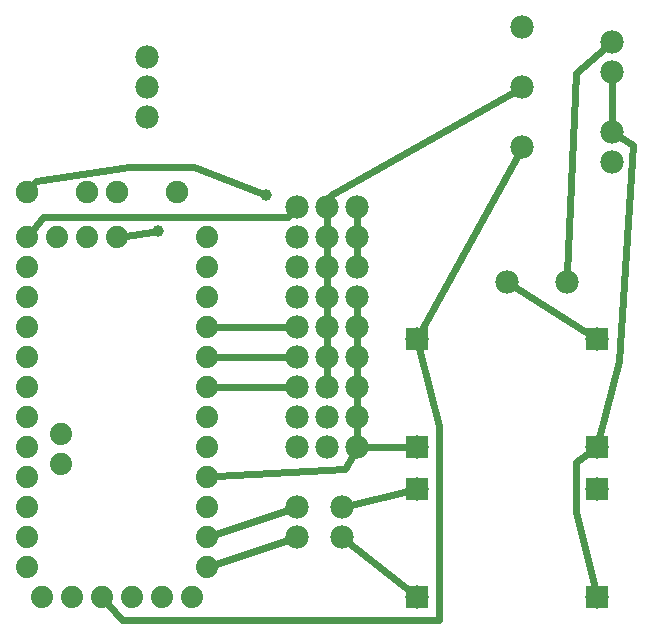
<source format=gbl>
G04 MADE WITH FRITZING*
G04 WWW.FRITZING.ORG*
G04 DOUBLE SIDED*
G04 HOLES PLATED*
G04 CONTOUR ON CENTER OF CONTOUR VECTOR*
%ASAXBY*%
%FSLAX23Y23*%
%MOIN*%
%OFA0B0*%
%SFA1.0B1.0*%
%ADD10C,0.078000*%
%ADD11C,0.074000*%
%ADD12C,0.075000*%
%ADD13C,0.039370*%
%ADD14R,0.077630X0.077806*%
%ADD15C,0.024000*%
%LNCOPPER0*%
G90*
G70*
G54D10*
X1050Y318D03*
X1050Y318D03*
X1050Y418D03*
X1200Y418D03*
X1200Y418D03*
X1200Y318D03*
X1050Y618D03*
X1150Y618D03*
X1250Y618D03*
X1050Y1318D03*
X1150Y1318D03*
X1250Y1318D03*
X1050Y1418D03*
X1150Y1418D03*
X1250Y1418D03*
X1050Y1118D03*
X1150Y1118D03*
X1250Y1118D03*
X1050Y1218D03*
X1150Y1218D03*
X1250Y1218D03*
X1050Y718D03*
X1150Y718D03*
X1250Y718D03*
X1050Y818D03*
X1150Y818D03*
X1250Y818D03*
X1050Y1018D03*
X1150Y1018D03*
X1250Y1018D03*
X1050Y918D03*
X1150Y918D03*
X1250Y918D03*
G54D11*
X700Y118D03*
X600Y118D03*
X500Y118D03*
X400Y118D03*
X300Y118D03*
X200Y118D03*
X265Y663D03*
X265Y563D03*
X350Y1318D03*
X250Y1318D03*
X150Y218D03*
X150Y318D03*
X150Y418D03*
X150Y518D03*
X150Y618D03*
X150Y718D03*
X150Y818D03*
X150Y918D03*
X150Y1018D03*
X150Y1118D03*
X150Y1218D03*
X150Y1318D03*
X750Y1318D03*
X750Y1218D03*
X750Y1118D03*
X750Y1018D03*
X750Y918D03*
X750Y818D03*
X750Y718D03*
X750Y618D03*
X750Y518D03*
X750Y418D03*
X750Y318D03*
X750Y218D03*
X450Y1318D03*
G54D10*
X2050Y618D03*
X2050Y978D03*
X1450Y978D03*
X1450Y618D03*
X2050Y118D03*
X2050Y478D03*
X1450Y478D03*
X1450Y118D03*
X1800Y2018D03*
X1800Y1818D03*
X1800Y1618D03*
X550Y1918D03*
X550Y1818D03*
X550Y1718D03*
X2100Y1868D03*
X2100Y1968D03*
X1950Y1168D03*
X1750Y1168D03*
X2100Y1668D03*
X2100Y1568D03*
G54D12*
X450Y1468D03*
X650Y1468D03*
X150Y1468D03*
X350Y1468D03*
G54D13*
X588Y1337D03*
X948Y1457D03*
G54D14*
X1450Y978D03*
X1450Y619D03*
X2051Y618D03*
X2050Y978D03*
X1450Y478D03*
X1450Y119D03*
X2051Y118D03*
X2050Y478D03*
G54D15*
X781Y1018D02*
X1020Y1018D01*
D02*
X1230Y425D02*
X1421Y471D01*
D02*
X781Y818D02*
X1020Y818D01*
D02*
X1224Y299D02*
X1427Y137D01*
D02*
X781Y918D02*
X1020Y918D01*
D02*
X1022Y309D02*
X780Y228D01*
D02*
X2078Y1948D02*
X1980Y1865D01*
X1980Y1865D02*
X1952Y1198D01*
D02*
X1022Y409D02*
X780Y328D01*
D02*
X170Y1342D02*
X204Y1385D01*
X204Y1385D02*
X1020Y1385D01*
X1020Y1385D02*
X1030Y1396D01*
D02*
X1150Y888D02*
X1150Y848D01*
D02*
X1150Y988D02*
X1150Y948D01*
D02*
X1150Y1088D02*
X1150Y1048D01*
D02*
X1150Y1188D02*
X1150Y1148D01*
D02*
X1150Y1288D02*
X1150Y1248D01*
D02*
X1150Y1388D02*
X1150Y1348D01*
D02*
X1774Y1803D02*
X1164Y1457D01*
X1164Y1457D02*
X1160Y1446D01*
D02*
X2100Y1838D02*
X2100Y1698D01*
D02*
X2058Y647D02*
X2124Y905D01*
X2124Y905D02*
X2172Y1625D01*
X2172Y1625D02*
X2126Y1652D01*
D02*
X2043Y147D02*
X1980Y401D01*
X1980Y401D02*
X1980Y569D01*
X1980Y569D02*
X2026Y601D01*
D02*
X1250Y688D02*
X1250Y648D01*
D02*
X1250Y788D02*
X1250Y748D01*
D02*
X1250Y888D02*
X1250Y848D01*
D02*
X1250Y988D02*
X1250Y948D01*
D02*
X1250Y1088D02*
X1250Y1048D01*
D02*
X1250Y1288D02*
X1250Y1248D01*
D02*
X1250Y1388D02*
X1250Y1348D01*
D02*
X1420Y618D02*
X1280Y618D01*
D02*
X781Y520D02*
X1212Y545D01*
X1212Y545D02*
X1236Y591D01*
D02*
X569Y1334D02*
X481Y1322D01*
D02*
X1776Y1152D02*
X2025Y994D01*
D02*
X168Y1490D02*
X180Y1505D01*
X180Y1505D02*
X492Y1553D01*
X492Y1553D02*
X708Y1553D01*
X708Y1553D02*
X930Y1464D01*
D02*
X1786Y1592D02*
X1465Y1005D01*
D02*
X421Y95D02*
X468Y41D01*
X468Y41D02*
X1524Y41D01*
X1524Y41D02*
X1524Y689D01*
X1524Y689D02*
X1458Y949D01*
G04 End of Copper0*
M02*
</source>
